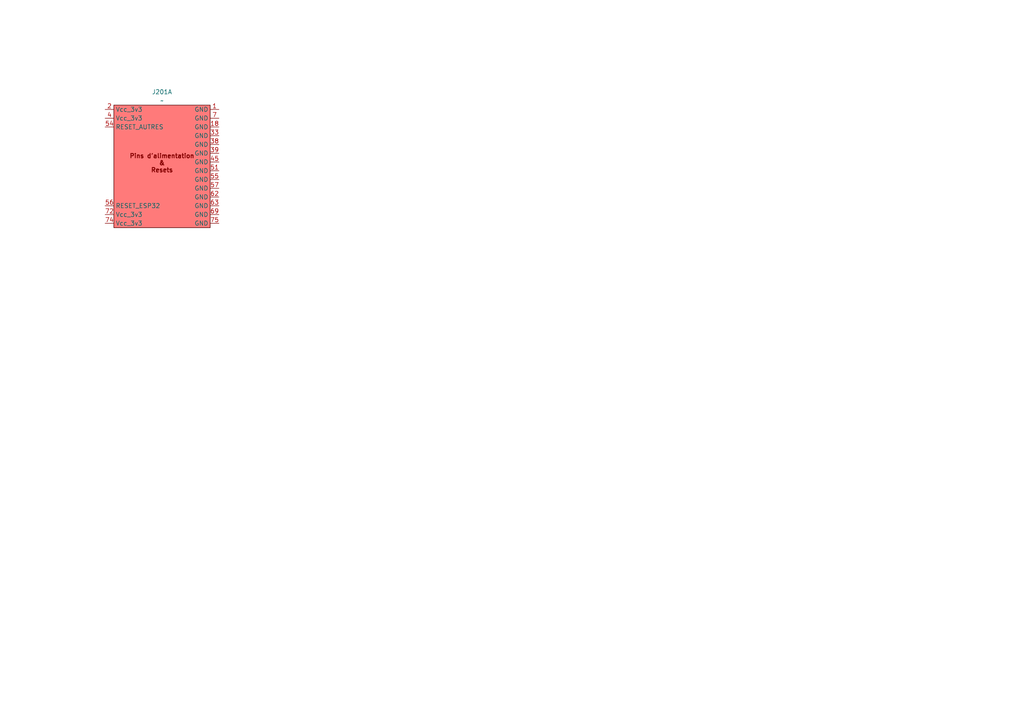
<source format=kicad_sch>
(kicad_sch (version 20231120) (generator "eeschema") (generator_version "8.0")
  (paper "A4")
  (lib_symbols
    (symbol "connecteur_m2_key_E:connecteur_SOM_ESP32"
      (property "Reference" "J" (at 0.254 16.51 0))
      (symbol "connecteur_SOM_ESP32_1_1"
        (rectangle (start -13.97 7.62) (end 13.97 -27.94) (stroke (width 0) (color 72 0 0 1)) (fill (type color) (color 255 0 0 0.52)))
        (text "Pins d'alimentation\n&\nResets" (at 0 -9.144 0) (effects (font (size 1.27 1.27) (bold yes))))
        (pin power_in line (at 16.51 6.35 180) (length 2.54) (name "GND") (number "1"))
        (pin power_in line (at 16.51 1.27 180) (length 2.54) (name "GND") (number "18"))
        (pin power_in line (at -16.51 6.35 0) (length 2.54) (name "Vcc_3v3") (number "2"))
        (pin power_in line (at 16.51 -1.27 180) (length 2.54) (name "GND") (number "33"))
        (pin power_in line (at 16.51 -3.81 180) (length 2.54) (name "GND") (number "38"))
        (pin power_in line (at 16.51 -6.35 180) (length 2.54) (name "GND") (number "39"))
        (pin power_in line (at -16.51 3.81 0) (length 2.54) (name "Vcc_3v3") (number "4"))
        (pin power_in line (at 16.51 -8.89 180) (length 2.54) (name "GND") (number "45"))
        (pin power_in line (at 16.51 -11.43 180) (length 2.54) (name "GND") (number "51"))
        (pin bidirectional line (at -16.51 1.27 0) (length 2.54) (name "RESET_AUTRES") (number "54"))
        (pin power_in line (at 16.51 -13.97 180) (length 2.54) (name "GND") (number "55"))
        (pin bidirectional line (at -16.51 -21.59 0) (length 2.54) (name "RESET_ESP32") (number "56"))
        (pin power_in line (at 16.51 -16.51 180) (length 2.54) (name "GND") (number "57"))
        (pin power_in line (at 16.51 -19.05 180) (length 2.54) (name "GND") (number "62"))
        (pin power_in line (at 16.51 -21.59 180) (length 2.54) (name "GND") (number "63"))
        (pin power_in line (at 16.51 -24.13 180) (length 2.54) (name "GND") (number "69"))
        (pin power_in line (at 16.51 3.81 180) (length 2.54) (name "GND") (number "7"))
        (pin power_in line (at -16.51 -24.13 0) (length 2.54) (name "Vcc_3v3") (number "72"))
        (pin power_in line (at -16.51 -26.67 0) (length 2.54) (name "Vcc_3v3") (number "74"))
        (pin power_in line (at 16.51 -26.67 180) (length 2.54) (name "GND") (number "75"))
      )
      (symbol "connecteur_SOM_ESP32_2_1"
        (rectangle (start -17.78 11.43) (end 16.51 -12.7) (stroke (width 0) (color 0 0 72 1)) (fill (type color) (color 0 0 255 0.2)))
        (text "I2C" (at -0.254 -0.254 0) (effects (font (size 1.27 1.27))))
        (pin bidirectional line (at 19.05 7.62 180) (length 2.54) (name "I2C_SCL_1_TCA") (number "11"))
        (pin bidirectional line (at 19.05 3.81 180) (length 2.54) (name "I2C_SDA_2_TCA") (number "13"))
        (pin bidirectional line (at 19.05 -2.54 180) (length 2.54) (name "I2C_SDA_3_TCA") (number "14"))
        (pin bidirectional line (at 19.05 1.27 180) (length 2.54) (name "I2C_SCL_2_TCA") (number "15"))
        (pin bidirectional line (at 19.05 -5.08 180) (length 2.54) (name "I2C_SCL_3_TCA") (number "16"))
        (pin bidirectional line (at 19.05 -8.89 180) (length 2.54) (name "I2C_SDA_4_TCA") (number "17"))
        (pin bidirectional line (at 19.05 -11.43 180) (length 2.54) (name "I2C_SCL_4_TCA") (number "19"))
        (pin bidirectional line (at -20.32 1.27 0) (length 2.54) (name "I2C_SDA_ESP32") (number "58"))
        (pin bidirectional line (at -20.32 -1.27 0) (length 2.54) (name "I2C_SCL_ESP32") (number "60"))
        (pin bidirectional line (at 19.05 10.16 180) (length 2.54) (name "I2C_SDA_1_TCA") (number "9"))
      )
      (symbol "connecteur_SOM_ESP32_3_1"
        (rectangle (start -2.54 6.35) (end 15.24 -7.62) (stroke (width 0) (color 0 0 72 1)) (fill (type color) (color 0 0 255 0.2)))
        (text "SPI" (at 0 0 0) (effects (font (size 1.27 1.27) (bold yes))))
        (pin bidirectional line (at 17.78 5.08 180) (length 2.54) (name "SPI_CS_1") (number "20"))
        (pin bidirectional line (at 17.78 2.54 180) (length 2.54) (name "SPI_CS_2") (number "21"))
        (pin bidirectional line (at 17.78 -1.27 180) (length 2.54) (name "SPI_CLK") (number "23"))
        (pin bidirectional line (at 17.78 -3.81 180) (length 2.54) (name "SPI_MOSI") (number "35"))
        (pin bidirectional line (at 17.78 -6.35 180) (length 2.54) (name "SPI_MISO") (number "37"))
      )
      (symbol "connecteur_SOM_ESP32_4_1"
        (rectangle (start -13.97 2.54) (end 10.16 -2.54) (stroke (width 0) (color 0 0 72 1)) (fill (type color) (color 0 0 255 0.2)))
        (text "Canbus" (at -9.906 0.254 0) (effects (font (size 1.27 1.27) (bold yes))))
        (pin bidirectional line (at 12.7 1.27 180) (length 2.54) (name "CAN_H_MCP2515") (number "71"))
        (pin bidirectional line (at 12.7 -1.27 180) (length 2.54) (name "CAN_L_MCP2515") (number "73"))
      )
      (symbol "connecteur_SOM_ESP32_5_1"
        (rectangle (start -3.81 2.54) (end 11.43 -2.54) (stroke (width 0) (color 0 0 72 1)) (fill (type color) (color 0 0 255 0.2)))
        (text "UART" (at -0.254 0.254 0) (effects (font (size 1.27 1.27) (bold yes))))
        (pin bidirectional line (at 13.97 1.27 180) (length 2.54) (name "UART_TX") (number "22"))
        (pin bidirectional line (at 13.97 -1.27 180) (length 2.54) (name "UART_RX") (number "32"))
      )
      (symbol "connecteur_SOM_ESP32_6_1"
        (rectangle (start -11.43 2.54) (end 11.43 -2.54) (stroke (width 0) (color 0 0 72 1)) (fill (type color) (color 0 0 255 0.2)))
        (text "USB" (at -8.636 0.254 0) (effects (font (size 1.27 1.27) (bold yes))))
        (pin bidirectional line (at 13.97 -1.27 180) (length 2.54) (name "USB_D+_FT231") (number "3"))
        (pin bidirectional line (at 13.97 1.27 180) (length 2.54) (name "USB_D-_FT231") (number "5"))
      )
      (symbol "connecteur_SOM_ESP32_7_1"
        (rectangle (start -12.7 2.54) (end 11.43 -2.54) (stroke (width 0) (color 0 0 72 1)) (fill (type color) (color 0 0 255 0.2)))
        (text "DEBUG" (at -8.636 0.254 0) (effects (font (size 1.27 1.27) (bold yes))))
        (pin bidirectional line (at 13.97 1.27 180) (length 2.54) (name "USB_DEBUG_D-") (number "46"))
        (pin bidirectional line (at 13.97 -1.27 180) (length 2.54) (name "USB_DEBUG_D+") (number "48"))
      )
      (symbol "connecteur_SOM_ESP32_8_1"
        (rectangle (start -8.89 5.08) (end 11.43 -2.54) (stroke (width 0) (color 0 0 72 1)) (fill (type color) (color 0 0 255 0.2)))
        (text "I2S" (at -5.842 1.27 0) (effects (font (size 1.27 1.27) (bold yes))))
        (pin bidirectional line (at 13.97 1.27 180) (length 2.54) (name "I2S_WS") (number "10"))
        (pin bidirectional line (at 13.97 -1.27 180) (length 2.54) (name "I2S_DIN/DOUT") (number "12"))
        (pin bidirectional line (at 13.97 3.81 180) (length 2.54) (name "I2S_BCLK") (number "8"))
      )
      (symbol "connecteur_SOM_ESP32_9_1"
        (rectangle (start -16.51 3.81) (end 16.51 -10.16) (fill (type color) (color 255 153 0 0.3)))
        (text "Pins analogue\n<-Input\nOutput->" (at -0.254 -5.842 0) (effects (font (size 1.27 1.27) (bold yes))))
        (pin bidirectional line (at -19.05 1.27 0) (length 2.54) (name "DAC_1_MCP48") (number "59"))
        (pin bidirectional line (at -19.05 -1.27 0) (length 2.54) (name "DAC_2_MCP48") (number "61"))
        (pin power_in line (at 19.05 1.27 180) (length 2.54) (name "ADC_1_MCP3202") (number "65"))
        (pin power_in line (at 19.05 -1.27 180) (length 2.54) (name "ADC_2_MCP3202") (number "67"))
      )
      (symbol "connecteur_SOM_ESP32_10_1"
        (rectangle (start -19.05 5.08) (end 6.35 -5.08) (stroke (width 0) (color 0 72 0 1)) (fill (type color) (color 0 132 0 0.3)))
        (text "Sortie PWM\n" (at -13.208 0.254 0) (effects (font (size 1.27 1.27))))
        (pin output line (at 8.89 3.81 180) (length 2.54) (name "PWM_1_PCA") (number "64"))
        (pin output line (at 8.89 1.27 180) (length 2.54) (name "PWM_2_PCA") (number "66"))
        (pin output line (at 8.89 -1.27 180) (length 2.54) (name "PWM_3_PCA") (number "68"))
        (pin output line (at 8.89 -3.81 180) (length 2.54) (name "PWM_4_PCA") (number "70"))
      )
      (symbol "connecteur_SOM_ESP32_11_1"
        (rectangle (start -12.7 7.62) (end 13.97 -5.08) (stroke (width 0) (color 0 72 0 1)) (fill (type color) (color 0 132 0 0.3)))
        (text "ESP32\n" (at 0.508 -2.794 0) (effects (font (size 1.27 1.27))))
        (text "GPIO pins" (at 0.508 5.842 0) (effects (font (size 1.27 1.27))))
        (pin bidirectional line (at 16.51 -1.27 180) (length 2.54) (name "GPIO47") (number "34"))
        (pin bidirectional line (at 16.51 -3.81 180) (length 2.54) (name "GPIO48") (number "36"))
        (pin bidirectional line (at -15.24 6.35 0) (length 2.54) (name "GPIO15") (number "40"))
        (pin bidirectional line (at -15.24 3.81 0) (length 2.54) (name "GPIO16") (number "41"))
        (pin bidirectional line (at -15.24 1.27 0) (length 2.54) (name "GPIO17") (number "42"))
        (pin bidirectional line (at -15.24 -1.27 0) (length 2.54) (name "GPIO18") (number "43"))
        (pin bidirectional line (at -15.24 -3.81 0) (length 2.54) (name "GPIO21") (number "44"))
        (pin bidirectional line (at 16.51 6.35 180) (length 2.54) (name "GPIO33") (number "52"))
        (pin bidirectional line (at 16.51 3.81 180) (length 2.54) (name "GPIO34") (number "53"))
        (pin bidirectional line (at 16.51 1.27 180) (length 2.54) (name "GPIO38&LED") (number "6"))
      )
      (symbol "connecteur_SOM_ESP32_12_1"
        (rectangle (start -8.89 3.81) (end 8.89 -3.81) (fill (type color) (color 255 255 0 0.4)))
        (text "Sortie\nclock" (at -5.334 0 0) (effects (font (size 1.27 1.27) (bold yes))))
        (pin output line (at 11.43 2.54 180) (length 2.54) (name "REFCLKn") (number "47"))
        (pin output line (at 11.43 0 180) (length 2.54) (name "REFCLKp") (number "49"))
        (pin output line (at 11.43 -2.54 180) (length 2.54) (name "SUSCLK") (number "50"))
      )
    )
  )
  (symbol (lib_id "connecteur_m2_key_E:connecteur_SOM_ESP32") (at 46.99 38.1 0) (unit 1)
    (property "Reference" "J201" (at 46.99 26.67 0))
    (property "Value" "~" (at 46.99 29.21 0))
    (property "Footprint" "connecteur_M2_key_E:NGFF_E" (effects (hide yes)))
  )
)
</source>
